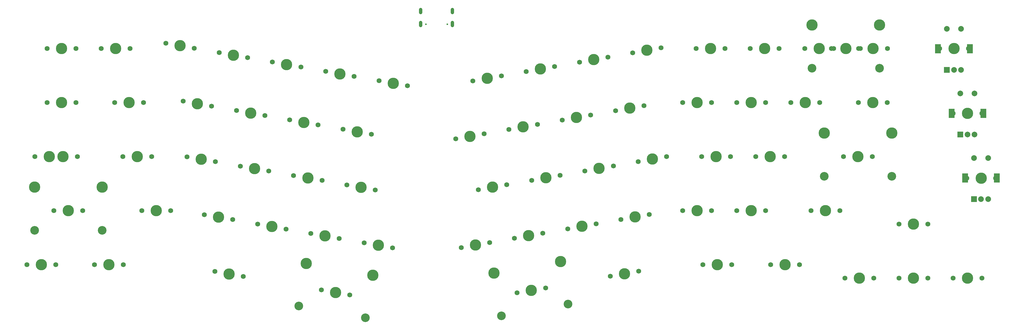
<source format=gts>
G04 #@! TF.GenerationSoftware,KiCad,Pcbnew,(5.1.4)-1*
G04 #@! TF.CreationDate,2020-08-06T14:30:50-07:00*
G04 #@! TF.ProjectId,trifecta,74726966-6563-4746-912e-6b696361645f,rev?*
G04 #@! TF.SameCoordinates,Original*
G04 #@! TF.FileFunction,Soldermask,Top*
G04 #@! TF.FilePolarity,Negative*
%FSLAX46Y46*%
G04 Gerber Fmt 4.6, Leading zero omitted, Abs format (unit mm)*
G04 Created by KiCad (PCBNEW (5.1.4)-1) date 2020-08-06 14:30:50*
%MOMM*%
%LPD*%
G04 APERTURE LIST*
%ADD10C,3.987800*%
%ADD11C,1.750000*%
%ADD12C,3.048000*%
%ADD13R,2.000000X2.000000*%
%ADD14C,2.000000*%
%ADD15R,2.000000X3.200000*%
%ADD16O,1.200000X2.300000*%
%ADD17C,0.600000*%
G04 APERTURE END LIST*
D10*
X285781250Y-9434746D03*
D11*
X280701250Y-9434746D03*
X290861250Y-9434746D03*
D12*
X273875000Y-16419746D03*
X297687500Y-16419746D03*
D10*
X273875000Y-1179746D03*
X297687500Y-1179746D03*
D13*
X330896200Y-62536200D03*
D14*
X333396200Y-62536200D03*
X335896200Y-62536200D03*
D15*
X327796200Y-55036200D03*
X338996200Y-55036200D03*
D14*
X330896200Y-48036200D03*
X335896200Y-48036200D03*
D13*
X326146490Y-39761210D03*
D14*
X328646490Y-39761210D03*
X331146490Y-39761210D03*
D15*
X323046490Y-32261210D03*
X334246490Y-32261210D03*
D14*
X326146490Y-25261210D03*
X331146490Y-25261210D03*
D13*
X321371290Y-17000000D03*
D14*
X323871290Y-17000000D03*
X326371290Y-17000000D03*
D15*
X318271290Y-9500000D03*
X329471290Y-9500000D03*
D14*
X321371290Y-2500000D03*
X326371290Y-2500000D03*
D10*
X240061250Y-47534746D03*
D11*
X234981250Y-47534746D03*
X245141250Y-47534746D03*
D10*
X240537500Y-85634746D03*
D11*
X235457500Y-85634746D03*
X245617500Y-85634746D03*
D10*
X5256250Y-47531250D03*
D11*
X176250Y-47531250D03*
X10336250Y-47531250D03*
D10*
X295306250Y-28484746D03*
D11*
X290226250Y-28484746D03*
X300386250Y-28484746D03*
D10*
X295341920Y-9407640D03*
D11*
X290261920Y-9407640D03*
X300421920Y-9407640D03*
D10*
X276383360Y-9417800D03*
D11*
X271303360Y-9417800D03*
X281463360Y-9417800D03*
D10*
X333447000Y-55188600D03*
D11*
X328367000Y-55188600D03*
X338527000Y-55188600D03*
D10*
X328671800Y-32328600D03*
D11*
X323591800Y-32328600D03*
X333751800Y-32328600D03*
D10*
X323947400Y-9468600D03*
D11*
X318867400Y-9468600D03*
X329027400Y-9468600D03*
D10*
X290067500Y-47534746D03*
D11*
X284987500Y-47534746D03*
X295147500Y-47534746D03*
D12*
X278161250Y-54519746D03*
X301973750Y-54519746D03*
D10*
X278161250Y-39279746D03*
X301973750Y-39279746D03*
D16*
X136074000Y-816800D03*
X147224000Y-816800D03*
X136074000Y3783200D03*
X147224000Y3783200D03*
D17*
X137899000Y-896800D03*
X145399000Y-896800D03*
D10*
X207863325Y-88846345D03*
D11*
X202860502Y-89728478D03*
X212866148Y-87964212D03*
D10*
X175018253Y-94701840D03*
D11*
X170015430Y-95583973D03*
X180021076Y-93819707D03*
D12*
X164505818Y-103648221D03*
X187956553Y-99513224D03*
D10*
X161859420Y-88639751D03*
X185310155Y-84504753D03*
X211586121Y-68812758D03*
D11*
X206583298Y-69694891D03*
X216588944Y-67930625D03*
D10*
X192825534Y-72120756D03*
D11*
X187822711Y-73002889D03*
X197828357Y-71238623D03*
D10*
X174064946Y-75428754D03*
D11*
X169062123Y-76310887D03*
X179067769Y-74546621D03*
D10*
X155304358Y-78736751D03*
D11*
X150301535Y-79618884D03*
X160307181Y-77854618D03*
D10*
X217658417Y-48398172D03*
D11*
X212655594Y-49280305D03*
X222661240Y-47516039D03*
D10*
X198897830Y-51706169D03*
D11*
X193895007Y-52588302D03*
X203900653Y-50824036D03*
D10*
X180125000Y-55025000D03*
D11*
X175122177Y-55907133D03*
X185127823Y-54142867D03*
D10*
X161376654Y-58322165D03*
D11*
X156373831Y-59204298D03*
X166379477Y-57440032D03*
D10*
X209660273Y-30464583D03*
D11*
X204657450Y-31346716D03*
X214663096Y-29582450D03*
D10*
X190899685Y-33772581D03*
D11*
X185896862Y-34654714D03*
X195902508Y-32890448D03*
D10*
X172139097Y-37080579D03*
D11*
X167136274Y-37962712D03*
X177141920Y-36198446D03*
D10*
X153378509Y-40388577D03*
D11*
X148375686Y-41270710D03*
X158381332Y-39506444D03*
D10*
X215732569Y-10049997D03*
D11*
X210729746Y-10932130D03*
X220735392Y-9167864D03*
D10*
X196971981Y-13357994D03*
D11*
X191969158Y-14240127D03*
X201974804Y-12475861D03*
D10*
X178211393Y-16665992D03*
D11*
X173208570Y-17548125D03*
X183214216Y-15783859D03*
D10*
X159450806Y-19973990D03*
D11*
X154447983Y-20856123D03*
X164453629Y-19091857D03*
D10*
X106052675Y-95430345D03*
D11*
X101049852Y-94548212D03*
X111055498Y-96312478D03*
D12*
X93114375Y-100241729D03*
X116565110Y-104376726D03*
D10*
X95760773Y-85233258D03*
X119211508Y-89368256D03*
X68568440Y-88914097D03*
D11*
X63565617Y-88031964D03*
X73571263Y-89796230D03*
D10*
X121118554Y-78806004D03*
D11*
X116115731Y-77923871D03*
X126121377Y-79688137D03*
D10*
X102357966Y-75498006D03*
D11*
X97355143Y-74615873D03*
X107360789Y-76380139D03*
D10*
X83597379Y-72190008D03*
D11*
X78594556Y-71307875D03*
X88600202Y-73072141D03*
D10*
X64836791Y-68882010D03*
D11*
X59833968Y-67999877D03*
X69839614Y-69764143D03*
D10*
X115046258Y-58391417D03*
D11*
X110043435Y-57509284D03*
X120049081Y-59273550D03*
D10*
X96285670Y-55083419D03*
D11*
X91282847Y-54201286D03*
X101288493Y-55965552D03*
D10*
X77525083Y-51775422D03*
D11*
X72522260Y-50893289D03*
X82527906Y-52657555D03*
D10*
X58764495Y-48467424D03*
D11*
X53761672Y-47585291D03*
X63767318Y-49349557D03*
D10*
X113664109Y-38803830D03*
D11*
X108661286Y-37921697D03*
X118666932Y-39685963D03*
D10*
X94903521Y-35495832D03*
D11*
X89900698Y-34613699D03*
X99906344Y-36377965D03*
D10*
X76142934Y-32187834D03*
D11*
X71140111Y-31305701D03*
X81145757Y-33069967D03*
D10*
X57382346Y-28879837D03*
D11*
X52379523Y-27997704D03*
X62385169Y-29761970D03*
D10*
X126352401Y-21697241D03*
D11*
X121349578Y-20815108D03*
X131355224Y-22579374D03*
D10*
X107591813Y-18389243D03*
D11*
X102588990Y-17507110D03*
X112594636Y-19271376D03*
D10*
X88831225Y-15081246D03*
D11*
X83828402Y-14199113D03*
X93834048Y-15963379D03*
D10*
X70070638Y-11773248D03*
D11*
X65067815Y-10891115D03*
X75073461Y-12655381D03*
D10*
X51310050Y-8465250D03*
D11*
X46307227Y-7583117D03*
X56312873Y-9347383D03*
D10*
X328643750Y-90397246D03*
D11*
X323563750Y-90397246D03*
X333723750Y-90397246D03*
D10*
X309593750Y-90397246D03*
D11*
X304513750Y-90397246D03*
X314673750Y-90397246D03*
D10*
X290543750Y-90397246D03*
D11*
X285463750Y-90397246D03*
X295623750Y-90397246D03*
D10*
X264350000Y-85634746D03*
D11*
X259270000Y-85634746D03*
X269430000Y-85634746D03*
D10*
X26225000Y-85634746D03*
D11*
X21145000Y-85634746D03*
X31305000Y-85634746D03*
D10*
X2412500Y-85634746D03*
D11*
X-2667500Y-85634746D03*
X7492500Y-85634746D03*
D10*
X309593750Y-71347246D03*
D11*
X304513750Y-71347246D03*
X314673750Y-71347246D03*
D10*
X278637500Y-66584746D03*
D11*
X273557500Y-66584746D03*
X283717500Y-66584746D03*
D10*
X252443750Y-66584746D03*
D11*
X247363750Y-66584746D03*
X257523750Y-66584746D03*
D10*
X233393750Y-66584746D03*
D11*
X228313750Y-66584746D03*
X238473750Y-66584746D03*
D10*
X42893750Y-66584746D03*
D11*
X37813750Y-66584746D03*
X47973750Y-66584746D03*
D10*
X11937500Y-66584746D03*
D11*
X6857500Y-66584746D03*
X17017500Y-66584746D03*
D12*
X31250Y-73569746D03*
X23843750Y-73569746D03*
D10*
X31250Y-58329746D03*
X23843750Y-58329746D03*
X259111250Y-47534746D03*
D11*
X254031250Y-47534746D03*
X264191250Y-47534746D03*
D10*
X36226250Y-47534746D03*
D11*
X31146250Y-47534746D03*
X41306250Y-47534746D03*
D10*
X10032500Y-47534746D03*
D11*
X4952500Y-47534746D03*
X15112500Y-47534746D03*
D10*
X271493750Y-28484746D03*
D11*
X266413750Y-28484746D03*
X276573750Y-28484746D03*
D10*
X252443750Y-28484746D03*
D11*
X247363750Y-28484746D03*
X257523750Y-28484746D03*
D10*
X233393750Y-28484746D03*
D11*
X228313750Y-28484746D03*
X238473750Y-28484746D03*
D10*
X33368750Y-28484746D03*
D11*
X28288750Y-28484746D03*
X38448750Y-28484746D03*
D10*
X9556250Y-28484746D03*
D11*
X4476250Y-28484746D03*
X14636250Y-28484746D03*
D10*
X257206250Y-9434746D03*
D11*
X252126250Y-9434746D03*
X262286250Y-9434746D03*
D10*
X238156250Y-9434746D03*
D11*
X233076250Y-9434746D03*
X243236250Y-9434746D03*
D10*
X28606250Y-9434746D03*
D11*
X23526250Y-9434746D03*
X33686250Y-9434746D03*
D10*
X9556250Y-9434746D03*
D11*
X4476250Y-9434746D03*
X14636250Y-9434746D03*
M02*

</source>
